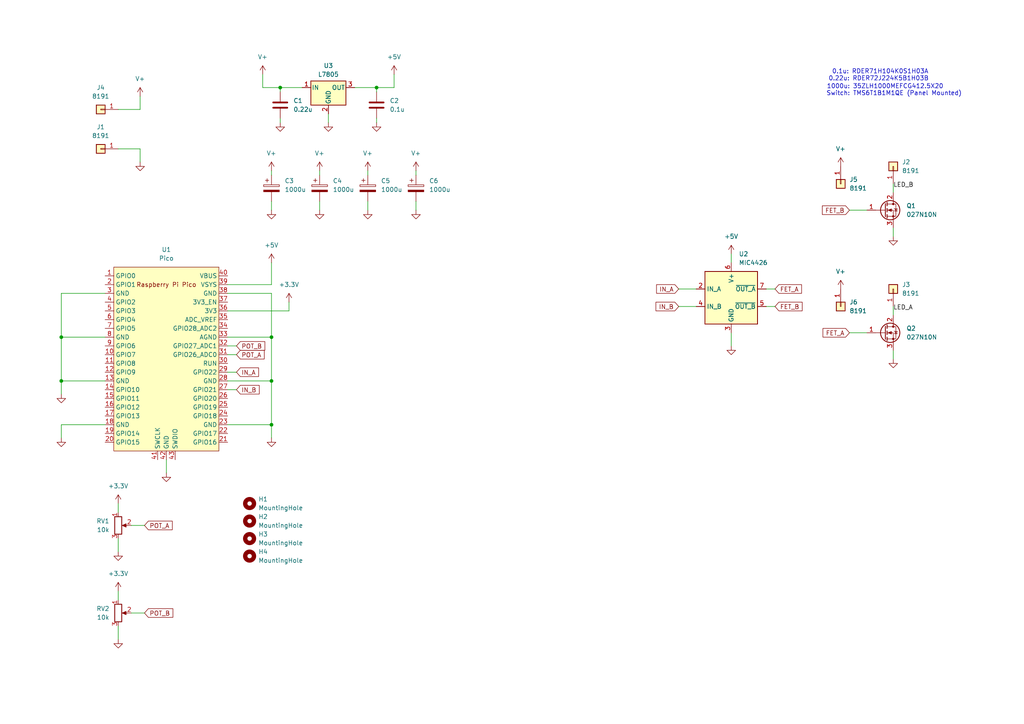
<source format=kicad_sch>
(kicad_sch (version 20231120) (generator "eeschema") (generator_version "8.0")
  (paper "A4")
  (title_block (title "LED Controller") (rev "V1.0"))
  (lib_symbols
    (symbol "Connector_Generic:Conn_01x01" (pin_names (offset 1.016) hide)
      (property "Reference" "J" (at 0 2.54 0))
      (property "Value" "Conn_01x01" (at 0 -2.54 0))
      (symbol "Conn_01x01_1_1"
        (rectangle (start -1.27 0.127) (end 0 -0.127) (stroke (width 0.1524)))
        (rectangle (start -1.27 1.27) (end 1.27 -1.27) (stroke (width 0.254)) (fill (type background)))
        (pin passive line (at -5.08 0 0) (length 3.81) (name "Pin_1") (number "1"))
      )
    )
    (symbol "Device:C" (pin_numbers hide) (pin_names (offset 0.254))
      (property "Reference" "C" (at 0.635 2.54 0))
      (property "Value" "C" (at 0.635 -2.54 0))
      (symbol "C_0_1"
        (polyline (pts (xy -2.032 -0.762) (xy 2.032 -0.762)) (stroke (width 0.508)))
        (polyline (pts (xy -2.032 0.762) (xy 2.032 0.762)) (stroke (width 0.508)))
      )
      (symbol "C_1_1"
        (pin passive line (at 0 3.81 270) (length 2.794) (name "~") (number "1"))
        (pin passive line (at 0 -3.81 90) (length 2.794) (name "~") (number "2"))
      )
    )
    (symbol "Device:C_Polarized" (pin_numbers hide) (pin_names (offset 0.254))
      (property "Reference" "C" (at 0.635 2.54 0))
      (property "Value" "C_Polarized" (at 0.635 -2.54 0))
      (symbol "C_Polarized_0_1"
        (rectangle (start -2.286 0.508) (end 2.286 1.016))
        (polyline (pts (xy -1.778 2.286) (xy -0.762 2.286)))
        (polyline (pts (xy -1.27 2.794) (xy -1.27 1.778)))
        (rectangle (start 2.286 -0.508) (end -2.286 -1.016) (fill (type outline)))
      )
      (symbol "C_Polarized_1_1"
        (pin passive line (at 0 3.81 270) (length 2.794) (name "~") (number "1"))
        (pin passive line (at 0 -3.81 90) (length 2.794) (name "~") (number "2"))
      )
    )
    (symbol "Device:R_Potentiometer" (pin_names (offset 1.016) hide)
      (property "Reference" "RV" (at -4.445 0 90))
      (property "Value" "R_Potentiometer" (at -2.54 0 90))
      (symbol "R_Potentiometer_0_1"
        (polyline (pts (xy 2.54 0) (xy 1.524 0)))
        (polyline (pts (xy 1.143 0) (xy 2.286 0.508) (xy 2.286 -0.508) (xy 1.143 0)) (fill (type outline)))
        (rectangle (start 1.016 2.54) (end -1.016 -2.54) (stroke (width 0.254)))
      )
      (symbol "R_Potentiometer_1_1"
        (pin passive line (at 0 3.81 270) (length 1.27) (name "1") (number "1"))
        (pin passive line (at 3.81 0 180) (length 1.27) (name "2") (number "2"))
        (pin passive line (at 0 -3.81 90) (length 1.27) (name "3") (number "3"))
      )
    )
    (symbol "Driver_FET:MIC4426"
      (property "Reference" "U" (at -7.62 8.89 0))
      (property "Value" "MIC4426" (at 1.27 8.89 0))
      (symbol "MIC4426_0_1"
        (rectangle (start -7.62 -7.62) (end 7.62 7.62) (stroke (width 0.254)) (fill (type background)))
      )
      (symbol "MIC4426_1_1"
        (pin no_connect line (at -7.62 0 0) (length 2.54) hide (name "NC") (number "1"))
        (pin input line (at -10.16 2.54 0) (length 2.54) (name "IN_A") (number "2"))
        (pin power_in line (at 0 -10.16 90) (length 2.54) (name "GND") (number "3"))
        (pin input line (at -10.16 -2.54 0) (length 2.54) (name "IN_B") (number "4"))
        (pin output line (at 10.16 -2.54 180) (length 2.54) (name "~{OUT_B}") (number "5"))
        (pin power_in line (at 0 10.16 270) (length 2.54) (name "V+") (number "6"))
        (pin output line (at 10.16 2.54 180) (length 2.54) (name "~{OUT_A}") (number "7"))
        (pin no_connect line (at 7.62 0 180) (length 2.54) hide (name "NC") (number "8"))
      )
    )
    (symbol "MCU_RaspberryPi_and_Boards:Pico"
      (property "Reference" "U" (at -13.97 27.94 0))
      (property "Value" "Pico" (at 0 19.05 0))
      (symbol "Pico_0_0"
        (text "Raspberry Pi Pico" (at 0 21.59 0) (effects (font (size 1.27 1.27))))
      )
      (symbol "Pico_0_1"
        (rectangle (start -15.24 26.67) (end 15.24 -26.67) (fill (type background)))
      )
      (symbol "Pico_1_1"
        (pin bidirectional line (at -17.78 24.13 0) (length 2.54) (name "GPIO0") (number "1"))
        (pin bidirectional line (at -17.78 1.27 0) (length 2.54) (name "GPIO7") (number "10"))
        (pin bidirectional line (at -17.78 -1.27 0) (length 2.54) (name "GPIO8") (number "11"))
        (pin bidirectional line (at -17.78 -3.81 0) (length 2.54) (name "GPIO9") (number "12"))
        (pin power_in line (at -17.78 -6.35 0) (length 2.54) (name "GND") (number "13"))
        (pin bidirectional line (at -17.78 -8.89 0) (length 2.54) (name "GPIO10") (number "14"))
        (pin bidirectional line (at -17.78 -11.43 0) (length 2.54) (name "GPIO11") (number "15"))
        (pin bidirectional line (at -17.78 -13.97 0) (length 2.54) (name "GPIO12") (number "16"))
        (pin bidirectional line (at -17.78 -16.51 0) (length 2.54) (name "GPIO13") (number "17"))
        (pin power_in line (at -17.78 -19.05 0) (length 2.54) (name "GND") (number "18"))
        (pin bidirectional line (at -17.78 -21.59 0) (length 2.54) (name "GPIO14") (number "19"))
        (pin bidirectional line (at -17.78 21.59 0) (length 2.54) (name "GPIO1") (number "2"))
        (pin bidirectional line (at -17.78 -24.13 0) (length 2.54) (name "GPIO15") (number "20"))
        (pin bidirectional line (at 17.78 -24.13 180) (length 2.54) (name "GPIO16") (number "21"))
        (pin bidirectional line (at 17.78 -21.59 180) (length 2.54) (name "GPIO17") (number "22"))
        (pin power_in line (at 17.78 -19.05 180) (length 2.54) (name "GND") (number "23"))
        (pin bidirectional line (at 17.78 -16.51 180) (length 2.54) (name "GPIO18") (number "24"))
        (pin bidirectional line (at 17.78 -13.97 180) (length 2.54) (name "GPIO19") (number "25"))
        (pin bidirectional line (at 17.78 -11.43 180) (length 2.54) (name "GPIO20") (number "26"))
        (pin bidirectional line (at 17.78 -8.89 180) (length 2.54) (name "GPIO21") (number "27"))
        (pin power_in line (at 17.78 -6.35 180) (length 2.54) (name "GND") (number "28"))
        (pin bidirectional line (at 17.78 -3.81 180) (length 2.54) (name "GPIO22") (number "29"))
        (pin power_in line (at -17.78 19.05 0) (length 2.54) (name "GND") (number "3"))
        (pin input line (at 17.78 -1.27 180) (length 2.54) (name "RUN") (number "30"))
        (pin bidirectional line (at 17.78 1.27 180) (length 2.54) (name "GPIO26_ADC0") (number "31"))
        (pin bidirectional line (at 17.78 3.81 180) (length 2.54) (name "GPIO27_ADC1") (number "32"))
        (pin power_in line (at 17.78 6.35 180) (length 2.54) (name "AGND") (number "33"))
        (pin bidirectional line (at 17.78 8.89 180) (length 2.54) (name "GPIO28_ADC2") (number "34"))
        (pin power_in line (at 17.78 11.43 180) (length 2.54) (name "ADC_VREF") (number "35"))
        (pin power_in line (at 17.78 13.97 180) (length 2.54) (name "3V3") (number "36"))
        (pin input line (at 17.78 16.51 180) (length 2.54) (name "3V3_EN") (number "37"))
        (pin bidirectional line (at 17.78 19.05 180) (length 2.54) (name "GND") (number "38"))
        (pin power_in line (at 17.78 21.59 180) (length 2.54) (name "VSYS") (number "39"))
        (pin bidirectional line (at -17.78 16.51 0) (length 2.54) (name "GPIO2") (number "4"))
        (pin power_in line (at 17.78 24.13 180) (length 2.54) (name "VBUS") (number "40"))
        (pin input line (at -2.54 -29.21 90) (length 2.54) (name "SWCLK") (number "41"))
        (pin power_in line (at 0 -29.21 90) (length 2.54) (name "GND") (number "42"))
        (pin bidirectional line (at 2.54 -29.21 90) (length 2.54) (name "SWDIO") (number "43"))
        (pin bidirectional line (at -17.78 13.97 0) (length 2.54) (name "GPIO3") (number "5"))
        (pin bidirectional line (at -17.78 11.43 0) (length 2.54) (name "GPIO4") (number "6"))
        (pin bidirectional line (at -17.78 8.89 0) (length 2.54) (name "GPIO5") (number "7"))
        (pin power_in line (at -17.78 6.35 0) (length 2.54) (name "GND") (number "8"))
        (pin bidirectional line (at -17.78 3.81 0) (length 2.54) (name "GPIO6") (number "9"))
      )
    )
    (symbol "Mechanical:MountingHole" (pin_names (offset 1.016)) (exclude_from_sim yes) (in_bom no)
      (property "Reference" "H" (at 0 5.08 0))
      (property "Value" "MountingHole" (at 0 3.175 0))
      (symbol "MountingHole_0_1"
        (circle (center 0 0) (radius 1.27) (stroke (width 1.27)))
      )
    )
    (symbol "Regulator_Linear:L7805" (pin_names (offset 0.254))
      (property "Reference" "U" (at -3.81 3.175 0))
      (property "Value" "L7805" (at 0 3.175 0))
      (symbol "L7805_0_1"
        (rectangle (start -5.08 1.905) (end 5.08 -5.08) (stroke (width 0.254)) (fill (type background)))
      )
      (symbol "L7805_1_1"
        (pin power_in line (at -7.62 0 0) (length 2.54) (name "IN") (number "1"))
        (pin power_in line (at 0 -7.62 90) (length 2.54) (name "GND") (number "2"))
        (pin power_out line (at 7.62 0 180) (length 2.54) (name "OUT") (number "3"))
      )
    )
    (symbol "Transistor_FET:IRFS4227" (pin_names hide)
      (property "Reference" "Q" (at 5.08 1.905 0))
      (property "Value" "IRFS4227" (at 5.08 0 0))
      (symbol "IRFS4227_0_1"
        (polyline (pts (xy 0.254 0) (xy -2.54 0)))
        (polyline (pts (xy 0.254 1.905) (xy 0.254 -1.905)) (stroke (width 0.254)))
        (polyline (pts (xy 0.762 -1.27) (xy 0.762 -2.286)) (stroke (width 0.254)))
        (polyline (pts (xy 0.762 0.508) (xy 0.762 -0.508)) (stroke (width 0.254)))
        (polyline (pts (xy 0.762 2.286) (xy 0.762 1.27)) (stroke (width 0.254)))
        (polyline (pts (xy 2.54 2.54) (xy 2.54 1.778)))
        (polyline (pts (xy 2.54 -2.54) (xy 2.54 0) (xy 0.762 0)))
        (polyline (pts (xy 0.762 -1.778) (xy 3.302 -1.778) (xy 3.302 1.778) (xy 0.762 1.778)))
        (polyline (pts (xy 1.016 0) (xy 2.032 0.381) (xy 2.032 -0.381) (xy 1.016 0)) (fill (type outline)))
        (polyline (pts (xy 2.794 0.508) (xy 2.921 0.381) (xy 3.683 0.381) (xy 3.81 0.254)))
        (polyline (pts (xy 3.302 0.381) (xy 2.921 -0.254) (xy 3.683 -0.254) (xy 3.302 0.381)))
        (circle (center 1.651 0) (radius 2.794) (stroke (width 0.254)))
        (circle (center 2.54 -1.778) (radius 0.254) (fill (type outline)))
        (circle (center 2.54 1.778) (radius 0.254) (fill (type outline)))
      )
      (symbol "IRFS4227_1_1"
        (pin passive line (at -5.08 0 0) (length 2.54) (name "G") (number "1"))
        (pin passive line (at 2.54 5.08 270) (length 2.54) (name "D") (number "2"))
        (pin passive line (at 2.54 -5.08 90) (length 2.54) (name "S") (number "3"))
      )
    )
    (symbol "power:+12V" (power) (pin_names (offset 0))
      (property "Value" "+12V" (at 0 3.556 0))
      (symbol "+12V_0_1"
        (polyline (pts (xy -0.762 1.27) (xy 0 2.54)))
        (polyline (pts (xy 0 0) (xy 0 2.54)))
        (polyline (pts (xy 0 2.54) (xy 0.762 1.27)))
      )
      (symbol "+12V_1_1"
        (pin power_in line (at 0 0 90) (length 0) hide (name "+12V") (number "1"))
      )
    )
    (symbol "power:+3.3V" (power) (pin_names (offset 0))
      (property "Value" "+3.3V" (at 0 3.556 0))
      (symbol "+3.3V_0_1"
        (polyline (pts (xy -0.762 1.27) (xy 0 2.54)))
        (polyline (pts (xy 0 0) (xy 0 2.54)))
        (polyline (pts (xy 0 2.54) (xy 0.762 1.27)))
      )
      (symbol "+3.3V_1_1"
        (pin power_in line (at 0 0 90) (length 0) hide (name "+3.3V") (number "1"))
      )
    )
    (symbol "power:+5V" (power) (pin_names (offset 0))
      (property "Value" "+5V" (at 0 3.556 0))
      (symbol "+5V_0_1"
        (polyline (pts (xy -0.762 1.27) (xy 0 2.54)))
        (polyline (pts (xy 0 0) (xy 0 2.54)))
        (polyline (pts (xy 0 2.54) (xy 0.762 1.27)))
      )
      (symbol "+5V_1_1"
        (pin power_in line (at 0 0 90) (length 0) hide (name "+5V") (number "1"))
      )
    )
    (symbol "power:GND" (power) (pin_names (offset 0))
      (property "Value" "GND" (at 0 -3.81 0))
      (symbol "GND_0_1"
        (polyline (pts (xy 0 0) (xy 0 -1.27) (xy 1.27 -1.27) (xy 0 -2.54) (xy -1.27 -1.27) (xy 0 -1.27)))
      )
      (symbol "GND_1_1"
        (pin power_in line (at 0 0 270) (length 0) hide (name "GND") (number "1"))
      )
    )
  )
  (junction (at 78.74 97.79))
  (junction (at 17.78 110.49))
  (junction (at 78.74 110.49))
  (junction (at 78.74 123.19))
  (junction (at 109.22 25.4))
  (junction (at 17.78 97.79))
  (junction (at 81.28 25.4))
  (wire (pts (xy 78.74 49.53) (xy 78.74 50.8)))
  (wire (pts (xy 120.65 49.53) (xy 120.65 50.8)))
  (wire (pts (xy 259.08 66.04) (xy 259.08 68.58)))
  (wire (pts (xy 30.48 123.19) (xy 17.78 123.19)))
  (wire (pts (xy 92.71 58.42) (xy 92.71 60.96)))
  (wire (pts (xy 30.48 110.49) (xy 17.78 110.49)))
  (wire (pts (xy 78.74 97.79) (xy 78.74 110.49)))
  (wire (pts (xy 259.08 53.34) (xy 259.08 55.88)))
  (wire (pts (xy 66.04 113.03) (xy 68.58 113.03)))
  (wire (pts (xy 196.85 88.9) (xy 201.93 88.9)))
  (wire (pts (xy 30.48 85.09) (xy 17.78 85.09)))
  (wire (pts (xy 246.38 60.96) (xy 251.46 60.96)))
  (wire (pts (xy 222.25 88.9) (xy 224.79 88.9)))
  (wire (pts (xy 109.22 34.29) (xy 109.22 35.56)))
  (wire (pts (xy 40.64 46.99) (xy 40.64 43.18)))
  (wire (pts (xy 34.29 156.21) (xy 34.29 160.02)))
  (wire (pts (xy 66.04 85.09) (xy 78.74 85.09)))
  (wire (pts (xy 66.04 82.55) (xy 78.74 82.55)))
  (wire (pts (xy 78.74 123.19) (xy 66.04 123.19)))
  (wire (pts (xy 212.09 73.66) (xy 212.09 76.2)))
  (wire (pts (xy 222.25 83.82) (xy 224.79 83.82)))
  (wire (pts (xy 259.08 88.9) (xy 259.08 91.44)))
  (wire (pts (xy 17.78 110.49) (xy 17.78 114.3)))
  (wire (pts (xy 40.64 31.75) (xy 40.64 27.94)))
  (wire (pts (xy 92.71 49.53) (xy 92.71 50.8)))
  (wire (pts (xy 120.65 58.42) (xy 120.65 60.96)))
  (wire (pts (xy 76.2 21.59) (xy 76.2 25.4)))
  (wire (pts (xy 78.74 85.09) (xy 78.74 97.79)))
  (wire (pts (xy 78.74 76.2) (xy 78.74 82.55)))
  (wire (pts (xy 83.82 87.63) (xy 83.82 90.17)))
  (wire (pts (xy 48.26 133.35) (xy 48.26 137.16)))
  (wire (pts (xy 114.3 25.4) (xy 109.22 25.4)))
  (wire (pts (xy 106.68 49.53) (xy 106.68 50.8)))
  (wire (pts (xy 81.28 25.4) (xy 76.2 25.4)))
  (wire (pts (xy 196.85 83.82) (xy 201.93 83.82)))
  (wire (pts (xy 109.22 25.4) (xy 109.22 26.67)))
  (wire (pts (xy 78.74 110.49) (xy 78.74 123.19)))
  (wire (pts (xy 81.28 34.29) (xy 81.28 35.56)))
  (wire (pts (xy 34.29 31.75) (xy 40.64 31.75)))
  (wire (pts (xy 38.1 177.8) (xy 41.91 177.8)))
  (wire (pts (xy 66.04 100.33) (xy 68.58 100.33)))
  (wire (pts (xy 17.78 85.09) (xy 17.78 97.79)))
  (wire (pts (xy 95.25 33.02) (xy 95.25 35.56)))
  (wire (pts (xy 17.78 97.79) (xy 17.78 110.49)))
  (wire (pts (xy 34.29 43.18) (xy 40.64 43.18)))
  (wire (pts (xy 66.04 102.87) (xy 68.58 102.87)))
  (wire (pts (xy 66.04 110.49) (xy 78.74 110.49)))
  (wire (pts (xy 34.29 181.61) (xy 34.29 185.42)))
  (wire (pts (xy 66.04 90.17) (xy 83.82 90.17)))
  (wire (pts (xy 38.1 152.4) (xy 41.91 152.4)))
  (wire (pts (xy 66.04 97.79) (xy 78.74 97.79)))
  (wire (pts (xy 34.29 171.45) (xy 34.29 173.99)))
  (wire (pts (xy 212.09 96.52) (xy 212.09 100.33)))
  (wire (pts (xy 114.3 21.59) (xy 114.3 25.4)))
  (wire (pts (xy 66.04 107.95) (xy 68.58 107.95)))
  (wire (pts (xy 30.48 97.79) (xy 17.78 97.79)))
  (wire (pts (xy 246.38 96.52) (xy 251.46 96.52)))
  (wire (pts (xy 78.74 58.42) (xy 78.74 60.96)))
  (wire (pts (xy 109.22 25.4) (xy 102.87 25.4)))
  (wire (pts (xy 87.63 25.4) (xy 81.28 25.4)))
  (wire (pts (xy 106.68 58.42) (xy 106.68 60.96)))
  (wire (pts (xy 81.28 25.4) (xy 81.28 26.67)))
  (wire (pts (xy 259.08 101.6) (xy 259.08 104.14)))
  (wire (pts (xy 34.29 146.05) (xy 34.29 148.59)))
  (wire (pts (xy 17.78 123.19) (xy 17.78 127)))
  (wire (pts (xy 78.74 123.19) (xy 78.74 127)))
  (text "0.22u: RDER72J224K5B1H03B\n" (at 240.284 23.622 0) (effects (font (size 1.27 1.27)) (justify left bottom)))
  (text "Switch: TMS6T1B1M1QE (Panel Mounted)" (at 259.334 27.178 0) (effects (font (size 1.27 1.27))))
  (text "1000u: 35ZLH1000MEFCG412.5X20" (at 239.776 25.908 0) (effects (font (size 1.27 1.27)) (justify left bottom)))
  (text "0.1u: RDER71H104K0S1H03A\n" (at 241.3 21.59 0) (effects (font (size 1.27 1.27)) (justify left bottom)))
  (label "LED_B" (at 259.08 54.61 0))
  (label "LED_A" (at 259.08 90.17 0))
  (global_label "POT_A" (shape input) (at 68.58 102.87 0) (property "Intersheetrefs" "${INTERSHEET_REFS}" (effects (hide yes))))
  (global_label "IN_B" (shape input) (at 68.58 113.03 0) (property "Intersheetrefs" "${INTERSHEET_REFS}" (effects (hide yes))))
  (global_label "IN_B" (shape input) (at 196.85 88.9 180) (property "Intersheetrefs" "${INTERSHEET_REFS}" (effects (hide yes))))
  (global_label "FET_A" (shape input) (at 246.38 96.52 180) (property "Intersheetrefs" "${INTERSHEET_REFS}" (effects (hide yes))))
  (global_label "POT_A" (shape input) (at 41.91 152.4 0) (property "Intersheetrefs" "${INTERSHEET_REFS}" (effects (hide yes))))
  (global_label "FET_B" (shape input) (at 224.79 88.9 0) (property "Intersheetrefs" "${INTERSHEET_REFS}" (effects (hide yes))))
  (global_label "IN_A" (shape input) (at 68.58 107.95 0) (property "Intersheetrefs" "${INTERSHEET_REFS}" (effects (hide yes))))
  (global_label "FET_B" (shape input) (at 246.38 60.96 180) (property "Intersheetrefs" "${INTERSHEET_REFS}" (effects (hide yes))))
  (global_label "POT_B" (shape input) (at 41.91 177.8 0) (property "Intersheetrefs" "${INTERSHEET_REFS}" (effects (hide yes))))
  (global_label "IN_A" (shape input) (at 196.85 83.82 180) (property "Intersheetrefs" "${INTERSHEET_REFS}" (effects (hide yes))))
  (global_label "POT_B" (shape input) (at 68.58 100.33 0) (property "Intersheetrefs" "${INTERSHEET_REFS}" (effects (hide yes))))
  (global_label "FET_A" (shape input) (at 224.79 83.82 0) (property "Intersheetrefs" "${INTERSHEET_REFS}" (effects (hide yes))))
  (symbol (lib_id "power:GND") (at 34.29 185.42 0) (unit 1)
    (property "Reference" "#PWR030" (effects (hide yes)))
    (property "Value" "GND" (effects (hide yes)))
  )
  (symbol (lib_id "Device:R_Potentiometer") (at 34.29 152.4 0) (unit 1)
    (property "Reference" "RV1" (at 31.75 151.13 0) (effects (justify right)))
    (property "Value" "10k" (at 31.75 153.67 0) (effects (justify right)))
    (property "Footprint" "Potentiometer_THT:Potentiometer_Alps_RK09L_Single_Vertical" (effects (hide yes)))
  )
  (symbol (lib_id "Connector_Generic:Conn_01x01") (at 29.21 43.18 180) (unit 1)
    (property "Reference" "J1" (at 29.21 36.83 0))
    (property "Value" "8191" (at 29.21 39.37 0))
    (property "Footprint" "CustomKicadFootprint:KEYSTONE_8191" (effects (hide yes)))
    (property "Description" "Generic connector, single row, 01x01, script generated (kicad-library-utils/schlib/autogen/connector/)" (effects (hide yes)))
  )
  (symbol (lib_id "Transistor_FET:IRFS4227") (at 256.54 60.96 0) (unit 1)
    (property "Reference" "Q1" (at 262.89 59.6899 0) (effects (justify left)))
    (property "Value" "027N10N" (at 262.89 62.2299 0) (effects (justify left)))
    (property "Footprint" "Package_TO_SOT_SMD:TO-263-2" (effects (hide yes)))
    (property "Datasheet" "https://www.infineon.com/dgdl/irfs4227pbf.pdf?fileId=5546d462533600a401535639ef64219b" (effects (hide yes)))
    (property "Description" "130A Id, 200V Vds, 22mOhm Rds, N-Channel MOSFET, D2PAK" (effects (hide yes)))
  )
  (symbol (lib_id "power:+12V") (at 243.84 83.82 0) (unit 1)
    (property "Reference" "#PWR018" (effects (hide yes)))
    (property "Value" "V+" (at 243.84 78.74 0))
  )
  (symbol (lib_id "MCU_RaspberryPi_and_Boards:Pico") (at 48.26 104.14 0) (unit 1)
    (property "Reference" "U1" (at 48.26 72.39 0))
    (property "Value" "Pico" (at 48.26 74.93 0))
    (property "Footprint" "MCU_RaspberryPi_and_Boards:RPi_Pico_SMD_TH" (effects (hide yes)))
  )
  (symbol (lib_id "power:GND") (at 78.74 127 0) (unit 1)
    (property "Reference" "#PWR022" (effects (hide yes)))
    (property "Value" "GND" (effects (hide yes)))
  )
  (symbol (lib_id "Connector_Generic:Conn_01x01") (at 243.84 88.9 270) (unit 1)
    (property "Reference" "J6" (at 246.38 87.6299 90) (effects (justify left)))
    (property "Value" "8191" (at 246.38 90.1699 90) (effects (justify left)))
    (property "Footprint" "CustomKicadFootprint:KEYSTONE_8191" (effects (hide yes)))
    (property "Description" "Generic connector, single row, 01x01, script generated (kicad-library-utils/schlib/autogen/connector/)" (effects (hide yes)))
  )
  (symbol (lib_id "Mechanical:MountingHole") (at 72.39 146.05 0) (unit 1) (exclude_from_sim yes) (in_bom no)
    (property "Reference" "H1" (at 74.93 144.7799 0) (effects (justify left)))
    (property "Value" "MountingHole" (at 74.93 147.3199 0) (effects (justify left)))
    (property "Footprint" "MountingHole:MountingHole_3.2mm_M3" (effects (hide yes)))
    (property "Description" "Mounting Hole without connection" (effects (hide yes)))
  )
  (symbol (lib_id "power:GND") (at 106.68 60.96 0) (unit 1)
    (property "Reference" "#PWR011" (effects (hide yes)))
    (property "Value" "GND" (effects (hide yes)))
  )
  (symbol (lib_id "power:+5V") (at 114.3 21.59 0) (unit 1)
    (property "Reference" "#PWR04" (effects (hide yes)))
    (property "Value" "+5V" (at 114.3 16.51 0))
  )
  (symbol (lib_id "power:+12V") (at 40.64 27.94 0) (unit 1)
    (property "Reference" "#PWR025" (effects (hide yes)))
    (property "Value" "V+" (at 40.64 22.86 0))
  )
  (symbol (lib_id "power:GND") (at 78.74 60.96 0) (unit 1)
    (property "Reference" "#PWR06" (effects (hide yes)))
    (property "Value" "GND" (effects (hide yes)))
  )
  (symbol (lib_id "power:GND") (at 259.08 104.14 0) (unit 1)
    (property "Reference" "#PWR036" (effects (hide yes)))
    (property "Value" "GND" (effects (hide yes)))
  )
  (symbol (lib_id "power:GND") (at 17.78 114.3 0) (unit 1)
    (property "Reference" "#PWR023" (effects (hide yes)))
    (property "Value" "GND" (effects (hide yes)))
  )
  (symbol (lib_id "Device:C_Polarized") (at 120.65 54.61 0) (unit 1)
    (property "Reference" "C6" (at 124.46 52.451 0) (effects (justify left)))
    (property "Value" "1000u" (at 124.46 54.991 0) (effects (justify left)))
    (property "Footprint" "Capacitor_THT:CP_Radial_D12.5mm_P5.00mm" (effects (hide yes)))
  )
  (symbol (lib_id "power:GND") (at 81.28 35.56 0) (unit 1)
    (property "Reference" "#PWR02" (effects (hide yes)))
    (property "Value" "GND" (effects (hide yes)))
  )
  (symbol (lib_id "power:GND") (at 212.09 100.33 0) (unit 1)
    (property "Reference" "#PWR015" (effects (hide yes)))
    (property "Value" "GND" (effects (hide yes)))
  )
  (symbol (lib_id "power:GND") (at 34.29 160.02 0) (unit 1)
    (property "Reference" "#PWR027" (effects (hide yes)))
    (property "Value" "GND" (effects (hide yes)))
  )
  (symbol (lib_id "Device:C_Polarized") (at 106.68 54.61 0) (unit 1)
    (property "Reference" "C5" (at 110.49 52.451 0) (effects (justify left)))
    (property "Value" "1000u" (at 110.49 54.991 0) (effects (justify left)))
    (property "Footprint" "Capacitor_THT:CP_Radial_D12.5mm_P5.00mm" (effects (hide yes)))
  )
  (symbol (lib_id "Device:C_Polarized") (at 78.74 54.61 0) (unit 1)
    (property "Reference" "C3" (at 82.55 52.451 0) (effects (justify left)))
    (property "Value" "1000u" (at 82.55 54.991 0) (effects (justify left)))
    (property "Footprint" "Capacitor_THT:CP_Radial_D12.5mm_P5.00mm" (effects (hide yes)))
  )
  (symbol (lib_id "power:+5V") (at 78.74 76.2 0) (unit 1)
    (property "Reference" "#PWR024" (effects (hide yes)))
    (property "Value" "+5V" (at 78.74 71.12 0))
  )
  (symbol (lib_id "Device:C") (at 81.28 30.48 0) (unit 1)
    (property "Reference" "C1" (at 85.09 29.21 0) (effects (justify left)))
    (property "Value" "0.22u" (at 85.09 31.75 0) (effects (justify left)))
    (property "Footprint" "Capacitor_THT:C_Disc_D7.5mm_W2.5mm_P5.00mm" (effects (hide yes)))
  )
  (symbol (lib_id "Transistor_FET:IRFS4227") (at 256.54 96.52 0) (unit 1)
    (property "Reference" "Q2" (at 262.89 95.2499 0) (effects (justify left)))
    (property "Value" "027N10N" (at 262.89 97.7899 0) (effects (justify left)))
    (property "Footprint" "Package_TO_SOT_SMD:TO-263-2" (effects (hide yes)))
    (property "Datasheet" "https://www.infineon.com/dgdl/irfs4227pbf.pdf?fileId=5546d462533600a401535639ef64219b" (effects (hide yes)))
    (property "Description" "130A Id, 200V Vds, 22mOhm Rds, N-Channel MOSFET, D2PAK" (effects (hide yes)))
  )
  (symbol (lib_id "Mechanical:MountingHole") (at 72.39 156.21 0) (unit 1) (exclude_from_sim yes) (in_bom no)
    (property "Reference" "H3" (at 74.93 154.9399 0) (effects (justify left)))
    (property "Value" "MountingHole" (at 74.93 157.4799 0) (effects (justify left)))
    (property "Footprint" "MountingHole:MountingHole_3.2mm_M3" (effects (hide yes)))
    (property "Description" "Mounting Hole without connection" (effects (hide yes)))
  )
  (symbol (lib_id "Driver_FET:MIC4426") (at 212.09 86.36 0) (unit 1)
    (property "Reference" "U2" (at 214.2841 73.66 0) (effects (justify left)))
    (property "Value" "MIC4426" (at 214.2841 76.2 0) (effects (justify left)))
    (property "Footprint" "Package_DIP:DIP-8_W7.62mm" (effects (hide yes)))
    (property "Datasheet" "http://www.intersil.com/content/dam/Intersil/documents/el72/el7202-12-22.pdf" (effects (hide yes)))
    (property "Description" "Dual 1.5A-Peak Low-Side MOSFET Driver, DIP-8/SOIC-8/MSOP-8" (effects (hide yes)))
  )
  (symbol (lib_id "Connector_Generic:Conn_01x01") (at 259.08 48.26 90) (unit 1)
    (property "Reference" "J2" (at 261.62 46.9899 90) (effects (justify right)))
    (property "Value" "8191" (at 261.62 49.5299 90) (effects (justify right)))
    (property "Footprint" "CustomKicadFootprint:KEYSTONE_8191" (effects (hide yes)))
    (property "Description" "Generic connector, single row, 01x01, script generated (kicad-library-utils/schlib/autogen/connector/)" (effects (hide yes)))
  )
  (symbol (lib_id "Device:C_Polarized") (at 92.71 54.61 0) (unit 1)
    (property "Reference" "C4" (at 96.52 52.451 0) (effects (justify left)))
    (property "Value" "1000u" (at 96.52 54.991 0) (effects (justify left)))
    (property "Footprint" "Capacitor_THT:CP_Radial_D12.5mm_P5.00mm" (effects (hide yes)))
  )
  (symbol (lib_id "Device:C") (at 109.22 30.48 0) (unit 1)
    (property "Reference" "C2" (at 113.03 29.21 0) (effects (justify left)))
    (property "Value" "0.1u" (at 113.03 31.75 0) (effects (justify left)))
    (property "Footprint" "Capacitor_THT:C_Disc_D3.8mm_W2.6mm_P2.50mm" (effects (hide yes)))
  )
  (symbol (lib_id "power:+12V") (at 78.74 49.53 0) (unit 1)
    (property "Reference" "#PWR07" (effects (hide yes)))
    (property "Value" "V+" (at 78.74 44.45 0))
  )
  (symbol (lib_id "power:GND") (at 92.71 60.96 0) (unit 1)
    (property "Reference" "#PWR09" (effects (hide yes)))
    (property "Value" "GND" (effects (hide yes)))
  )
  (symbol (lib_id "power:GND") (at 109.22 35.56 0) (unit 1)
    (property "Reference" "#PWR03" (effects (hide yes)))
    (property "Value" "GND" (effects (hide yes)))
  )
  (symbol (lib_id "power:GND") (at 48.26 137.16 0) (unit 1)
    (property "Reference" "#PWR020" (effects (hide yes)))
    (property "Value" "GND" (effects (hide yes)))
  )
  (symbol (lib_id "power:+3.3V") (at 34.29 171.45 0) (unit 1)
    (property "Reference" "#PWR019" (effects (hide yes)))
    (property "Value" "+3.3V" (at 34.29 166.37 0))
  )
  (symbol (lib_id "Connector_Generic:Conn_01x01") (at 243.84 53.34 270) (unit 1)
    (property "Reference" "J5" (at 246.38 52.0699 90) (effects (justify left)))
    (property "Value" "8191" (at 246.38 54.6099 90) (effects (justify left)))
    (property "Footprint" "CustomKicadFootprint:KEYSTONE_8191" (effects (hide yes)))
    (property "Description" "Generic connector, single row, 01x01, script generated (kicad-library-utils/schlib/autogen/connector/)" (effects (hide yes)))
  )
  (symbol (lib_id "power:+12V") (at 243.84 48.26 0) (unit 1)
    (property "Reference" "#PWR017" (effects (hide yes)))
    (property "Value" "V+" (at 243.84 43.18 0))
  )
  (symbol (lib_id "power:+5V") (at 212.09 73.66 0) (unit 1)
    (property "Reference" "#PWR014" (effects (hide yes)))
    (property "Value" "+5V" (at 212.09 68.58 0))
  )
  (symbol (lib_id "power:+3.3V") (at 83.82 87.63 0) (unit 1)
    (property "Reference" "#PWR028" (effects (hide yes)))
    (property "Value" "+3.3V" (at 83.82 82.55 0))
  )
  (symbol (lib_id "power:+12V") (at 76.2 21.59 0) (unit 1)
    (property "Reference" "#PWR05" (effects (hide yes)))
    (property "Value" "V+" (at 76.2 16.51 0))
  )
  (symbol (lib_id "power:+3.3V") (at 34.29 146.05 0) (unit 1)
    (property "Reference" "#PWR029" (effects (hide yes)))
    (property "Value" "+3.3V" (at 34.29 140.97 0))
  )
  (symbol (lib_id "Mechanical:MountingHole") (at 72.39 151.13 0) (unit 1) (exclude_from_sim yes) (in_bom no)
    (property "Reference" "H2" (at 74.93 149.8599 0) (effects (justify left)))
    (property "Value" "MountingHole" (at 74.93 152.3999 0) (effects (justify left)))
    (property "Footprint" "MountingHole:MountingHole_3.2mm_M3" (effects (hide yes)))
    (property "Description" "Mounting Hole without connection" (effects (hide yes)))
  )
  (symbol (lib_id "power:+12V") (at 120.65 49.53 0) (unit 1)
    (property "Reference" "#PWR012" (effects (hide yes)))
    (property "Value" "V+" (at 120.65 44.45 0))
  )
  (symbol (lib_id "power:GND") (at 40.64 46.99 0) (unit 1)
    (property "Reference" "#PWR026" (effects (hide yes)))
    (property "Value" "GND" (effects (hide yes)))
  )
  (symbol (lib_id "power:GND") (at 17.78 127 0) (unit 1)
    (property "Reference" "#PWR021" (effects (hide yes)))
    (property "Value" "GND" (effects (hide yes)))
  )
  (symbol (lib_id "power:GND") (at 259.08 68.58 0) (unit 1)
    (property "Reference" "#PWR016" (effects (hide yes)))
    (property "Value" "GND" (effects (hide yes)))
  )
  (symbol (lib_id "power:+12V") (at 106.68 49.53 0) (unit 1)
    (property "Reference" "#PWR010" (effects (hide yes)))
    (property "Value" "V+" (at 106.68 44.45 0))
  )
  (symbol (lib_id "Mechanical:MountingHole") (at 72.39 161.29 0) (unit 1) (exclude_from_sim yes) (in_bom no)
    (property "Reference" "H4" (at 74.93 160.0199 0) (effects (justify left)))
    (property "Value" "MountingHole" (at 74.93 162.5599 0) (effects (justify left)))
    (property "Footprint" "MountingHole:MountingHole_3.2mm_M3" (effects (hide yes)))
    (property "Description" "Mounting Hole without connection" (effects (hide yes)))
  )
  (symbol (lib_id "power:GND") (at 95.25 35.56 0) (unit 1)
    (property "Reference" "#PWR01" (effects (hide yes)))
    (property "Value" "GND" (effects (hide yes)))
  )
  (symbol (lib_id "Connector_Generic:Conn_01x01") (at 259.08 83.82 90) (unit 1)
    (property "Reference" "J3" (at 261.62 82.5499 90) (effects (justify right)))
    (property "Value" "8191" (at 261.62 85.0899 90) (effects (justify right)))
    (property "Footprint" "CustomKicadFootprint:KEYSTONE_8191" (effects (hide yes)))
    (property "Description" "Generic connector, single row, 01x01, script generated (kicad-library-utils/schlib/autogen/connector/)" (effects (hide yes)))
  )
  (symbol (lib_id "power:+12V") (at 92.71 49.53 0) (unit 1)
    (property "Reference" "#PWR08" (effects (hide yes)))
    (property "Value" "V+" (at 92.71 44.45 0))
  )
  (symbol (lib_id "Regulator_Linear:L7805") (at 95.25 25.4 0) (unit 1)
    (property "Reference" "U3" (at 95.25 19.05 0))
    (property "Value" "L7805" (at 95.25 21.59 0))
    (property "Footprint" "Package_TO_SOT_THT:TO-220-3_Horizontal_TabDown" (effects (hide yes)))
    (property "Datasheet" "http://www.st.com/content/ccc/resource/technical/document/datasheet/41/4f/b3/b0/12/d4/47/88/CD00000444.pdf/files/CD00000444.pdf/jcr:content/translations/en.CD00000444.pdf" (effects (hide yes)))
  )
  (symbol (lib_id "Device:R_Potentiometer") (at 34.29 177.8 0) (unit 1)
    (property "Reference" "RV2" (at 31.75 176.53 0) (effects (justify right)))
    (property "Value" "10k" (at 31.75 179.07 0) (effects (justify right)))
    (property "Footprint" "Potentiometer_THT:Potentiometer_Alps_RK09L_Single_Vertical" (effects (hide yes)))
  )
  (symbol (lib_id "power:GND") (at 120.65 60.96 0) (unit 1)
    (property "Reference" "#PWR013" (effects (hide yes)))
    (property "Value" "GND" (effects (hide yes)))
  )
  (symbol (lib_id "Connector_Generic:Conn_01x01") (at 29.21 31.75 180) (unit 1)
    (property "Reference" "J4" (at 29.21 25.4 0))
    (property "Value" "8191" (at 29.21 27.94 0))
    (property "Footprint" "CustomKicadFootprint:KEYSTONE_8191" (effects (hide yes)))
    (property "Description" "Generic connector, single row, 01x01, script generated (kicad-library-utils/schlib/autogen/connector/)" (effects (hide yes)))
  )
)
</source>
